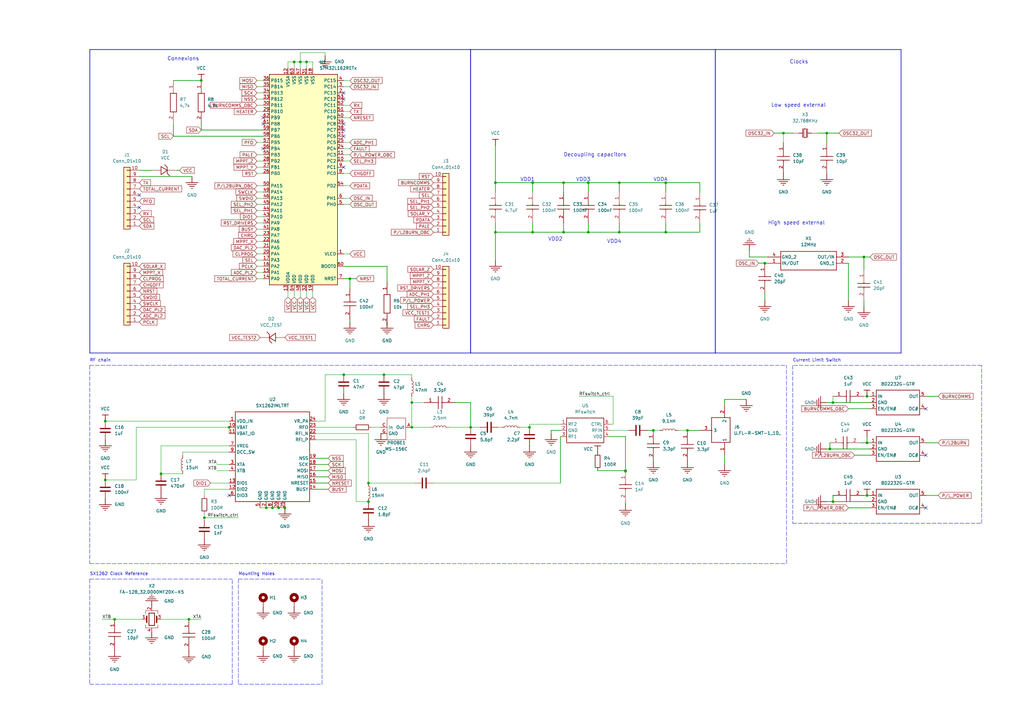
<source format=kicad_sch>
(kicad_sch (version 20211123) (generator eeschema)
  (paper "A3")
  (junction (at 203.2 95.25))
  (junction (at 273.05 74.93))
  (junction (at 254 74.93))
  (junction (at 256.54 193.2941))
  (junction (at 82.55 33.02))
  (junction (at 256.54 193.04))
  (junction (at 203.2 74.93))
  (junction (at 77.47 254))
  (junction (at 340.36 184.15))
  (junction (at 120.65 25.4))
  (junction (at 43.18 196.85))
  (junction (at 143.51 114.3))
  (junction (at 273.05 95.25))
  (junction (at 140.97 153.67))
  (junction (at 217.17 175.26))
  (junction (at 114.3 208.28))
  (junction (at 355.6 203.2))
  (junction (at 168.91 165.1))
  (junction (at 231.14 95.25))
  (junction (at 231.14 74.93))
  (junction (at 241.3 95.25))
  (junction (at 116.84 208.28))
  (junction (at 313.69 107.9501))
  (junction (at 83.82 212.3441))
  (junction (at 193.04 175.26))
  (junction (at 267.97 176.53))
  (junction (at 254 95.25))
  (junction (at 46.99 254))
  (junction (at 241.3 74.93))
  (junction (at 151.13 205.74))
  (junction (at 355.6 162.56))
  (junction (at 281.94 176.53))
  (junction (at 355.6 181.61))
  (junction (at 111.76 208.28))
  (junction (at 354.33 105.41))
  (junction (at 109.22 208.28))
  (junction (at 218.44 95.25))
  (junction (at 339.09 54.61))
  (junction (at 168.91 175.26))
  (junction (at 125.73 25.4))
  (junction (at 43.18 172.72))
  (junction (at 321.31 54.61))
  (junction (at 93.98 175.26))
  (junction (at 341.63 205.74))
  (junction (at 151.13 198.12))
  (junction (at 341.63 165.1))
  (junction (at 218.44 74.93))
  (junction (at 66.04 194.31))
  (junction (at 157.48 153.67))
  (junction (at 123.19 25.4))
  (no_connect (at 107.95 48.26))
  (no_connect (at 379.73 186.69))
  (no_connect (at 140.97 50.8))
  (no_connect (at 140.97 68.58))
  (no_connect (at 93.98 203.2))
  (no_connect (at 57.15 85.09))
  (no_connect (at 379.73 167.64))
  (no_connect (at 57.15 80.01))
  (no_connect (at 140.97 53.34))
  (no_connect (at 140.97 55.88))
  (no_connect (at 140.97 38.1))
  (no_connect (at 140.97 40.64))
  (no_connect (at 379.73 208.28))
  (no_connect (at 107.95 60.96))
  (no_connect (at 107.95 50.8))
  (wire (pts (xy 278.13 176.53) (xy 281.94 176.53)))
  (wire (pts (xy 173.99 165.1) (xy 168.91 165.1)))
  (wire (pts (xy 105.41 40.64) (xy 107.95 40.64)))
  (wire (pts (xy 74.93 186.69) (xy 74.93 185.42)))
  (wire (pts (xy 123.19 21.59) (xy 123.19 25.4)))
  (wire (pts (xy 46.99 254) (xy 58.42 254)))
  (polyline (pts (xy 325.12 149.86) (xy 325.12 214.63)))
  (wire (pts (xy 105.41 68.58) (xy 107.95 68.58)))
  (wire (pts (xy 226.06 176.53) (xy 226.06 177.8)) (stroke (width 0.254)))
  (wire (pts (xy 105.41 78.74) (xy 107.95 78.74)))
  (wire (pts (xy 55.88 175.26) (xy 55.88 196.85)))
  (wire (pts (xy 151.13 177.8) (xy 151.13 198.12)))
  (wire (pts (xy 281.94 176.53) (xy 287.02 176.53)) (stroke (width 0.254)))
  (wire (pts (xy 105.41 71.12) (xy 107.95 71.12)))
  (wire (pts (xy 146.05 205.74) (xy 151.13 205.74)))
  (wire (pts (xy 287.02 78.9941) (xy 287.02 74.93)) (stroke (width 0.254)))
  (polyline (pts (xy 36.83 149.86) (xy 36.83 231.14)))
  (wire (pts (xy 143.51 43.18) (xy 140.97 43.18)))
  (wire (pts (xy 71.12 33.02) (xy 82.55 33.02)) (stroke (width 0.254)))
  (wire (pts (xy 105.41 111.76) (xy 107.95 111.76)))
  (wire (pts (xy 140.97 153.67) (xy 133.35 153.67)))
  (wire (pts (xy 313.69 123.19) (xy 313.69 120.65)) (stroke (width 0.254)))
  (wire (pts (xy 106.68 208.28) (xy 109.22 208.28)))
  (wire (pts (xy 341.63 205.74) (xy 356.87 205.74)) (stroke (width 0.254)))
  (wire (pts (xy 339.09 184.15) (xy 340.36 184.15)) (stroke (width 0.254)))
  (wire (pts (xy 83.82 213.36) (xy 83.82 212.3441)))
  (wire (pts (xy 82.55 53.34) (xy 107.95 53.34)) (stroke (width 0.254)))
  (wire (pts (xy 71.12 50.8) (xy 71.12 55.88)) (stroke (width 0.254)))
  (wire (pts (xy 311.15 107.95) (xy 314.96 107.95)) (stroke (width 0.254)))
  (wire (pts (xy 254 95.25) (xy 241.3 95.25)) (stroke (width 0.254)))
  (wire (pts (xy 347.98 107.95) (xy 347.98 123.19)) (stroke (width 0.254)))
  (wire (pts (xy 254 74.93) (xy 241.3 74.93)) (stroke (width 0.254)))
  (wire (pts (xy 297.18 163.83) (xy 297.18 166.37)) (stroke (width 0.254)))
  (wire (pts (xy 339.09 165.1) (xy 341.63 165.1)) (stroke (width 0.254)))
  (wire (pts (xy 143.51 83.82) (xy 140.97 83.82)))
  (wire (pts (xy 57.15 72.39) (xy 78.74 72.39)) (stroke (width 0.254)))
  (wire (pts (xy 114.3 208.28) (xy 116.84 208.28)))
  (polyline (pts (xy 36.83 231.14) (xy 322.58 231.14)))
  (polyline (pts (xy 193.04 144.78) (xy 193.04 20.32)) (stroke (width 0.254) (type solid)))
  (wire (pts (xy 251.46 162.56) (xy 237.49 162.56)))
  (polyline (pts (xy 193.04 20.32) (xy 193.04 144.78)) (stroke (width 0.254) (type solid)))
  (wire (pts (xy 203.2 95.25) (xy 203.2 106.68)) (stroke (width 0.254)))
  (wire (pts (xy 250.19 179.07) (xy 256.54 179.07)) (stroke (width 0.254)))
  (wire (pts (xy 341.63 162.56) (xy 341.63 165.1)))
  (wire (pts (xy 82.55 50.8) (xy 82.55 53.34)) (stroke (width 0.254)))
  (wire (pts (xy 193.04 165.1) (xy 193.04 175.26)) (stroke (width 0.254)))
  (wire (pts (xy 143.51 35.56) (xy 140.97 35.56)))
  (polyline (pts (xy 36.83 237.49) (xy 95.25 237.49)))
  (polyline (pts (xy 402.59 214.63) (xy 402.59 149.86)))
  (wire (pts (xy 203.2 91.4399) (xy 203.2 95.25)) (stroke (width 0.254)))
  (wire (pts (xy 218.44 74.93) (xy 231.14 74.93)) (stroke (width 0.254)))
  (wire (pts (xy 118.11 121.92) (xy 118.11 119.38)))
  (wire (pts (xy 287.02 91.694) (xy 287.02 95.25)) (stroke (width 0.254)))
  (wire (pts (xy 384.81 162.56) (xy 379.73 162.56)) (stroke (width 0.254)))
  (wire (pts (xy 270.51 176.53) (xy 267.97 176.53)))
  (wire (pts (xy 354.3298 162.56) (xy 355.6 162.56)))
  (wire (pts (xy 143.51 104.14) (xy 140.97 104.14)))
  (polyline (pts (xy 293.37 144.78) (xy 369.57 144.78)) (stroke (width 0.254) (type solid)))
  (wire (pts (xy 105.41 114.3) (xy 107.95 114.3)))
  (wire (pts (xy 218.44 91.4399) (xy 218.44 95.25)) (stroke (width 0.254)))
  (wire (pts (xy 143.51 48.26) (xy 140.97 48.26)))
  (wire (pts (xy 134.62 193.04) (xy 129.54 193.04)) (stroke (width 0.254)))
  (wire (pts (xy 143.51 76.2) (xy 140.97 76.2)))
  (polyline (pts (xy 369.57 20.32) (xy 369.57 144.78)) (stroke (width 0.254) (type solid)))
  (wire (pts (xy 109.22 208.28) (xy 111.76 208.28)))
  (wire (pts (xy 231.14 74.93) (xy 241.3 74.93)) (stroke (width 0.254)))
  (wire (pts (xy 125.73 25.4) (xy 125.73 27.94)))
  (wire (pts (xy 218.44 95.25) (xy 203.2 95.25)) (stroke (width 0.254)))
  (wire (pts (xy 118.11 25.4) (xy 120.65 25.4)))
  (wire (pts (xy 265.43 176.53) (xy 267.97 176.53)) (stroke (width 0.254)))
  (wire (pts (xy 152.4 175.26) (xy 156.21 175.26)))
  (wire (pts (xy 123.19 121.92) (xy 123.19 119.38)))
  (wire (pts (xy 105.41 35.56) (xy 107.95 35.56)))
  (polyline (pts (xy 36.83 237.49) (xy 36.83 280.67)))
  (wire (pts (xy 133.35 172.72) (xy 129.54 172.72)))
  (wire (pts (xy 340.36 181.61) (xy 340.36 184.15)) (stroke (width 0.254)))
  (polyline (pts (xy 132.08 280.67) (xy 132.08 237.49)))
  (wire (pts (xy 86.36 198.12) (xy 93.98 198.12)))
  (wire (pts (xy 245.11 193.04) (xy 256.54 193.04)) (stroke (width 0.254)))
  (polyline (pts (xy 95.25 280.67) (xy 95.25 237.49)))
  (polyline (pts (xy 369.57 20.32) (xy 293.37 20.32)) (stroke (width 0.254) (type solid)))
  (wire (pts (xy 256.54 179.07) (xy 256.54 193.04)) (stroke (width 0.254)))
  (polyline (pts (xy 193.04 144.78) (xy 293.37 144.78)) (stroke (width 0.254) (type solid)))
  (wire (pts (xy 229.87 173.99) (xy 217.17 173.99)))
  (wire (pts (xy 105.41 104.14) (xy 107.95 104.14)))
  (polyline (pts (xy 402.59 149.86) (xy 325.12 149.86)))
  (wire (pts (xy 143.51 71.12) (xy 140.97 71.12)))
  (wire (pts (xy 157.48 153.67) (xy 140.97 153.67)))
  (wire (pts (xy 105.41 86.36) (xy 107.95 86.36)))
  (wire (pts (xy 66.04 182.88) (xy 66.04 194.31)))
  (wire (pts (xy 347.98 105.41) (xy 354.33 105.41)) (stroke (width 0.254)))
  (wire (pts (xy 251.46 173.99) (xy 250.19 173.99)))
  (wire (pts (xy 297.18 190.5) (xy 297.18 186.69)) (stroke (width 0.254)))
  (wire (pts (xy 143.51 66.04) (xy 140.97 66.04)))
  (wire (pts (xy 218.44 78.74) (xy 218.44 74.93)) (stroke (width 0.254)))
  (wire (pts (xy 66.04 254) (xy 77.47 254)))
  (wire (pts (xy 77.47 254.2541) (xy 77.47 254)))
  (wire (pts (xy 287.02 95.25) (xy 273.05 95.25)) (stroke (width 0.254)))
  (wire (pts (xy 151.13 198.12) (xy 170.18 198.12)))
  (wire (pts (xy 41.91 254) (xy 46.99 254)))
  (wire (pts (xy 105.41 66.04) (xy 107.95 66.04)))
  (wire (pts (xy 256.54 193.2941) (xy 256.54 193.04)))
  (wire (pts (xy 73.66 69.85) (xy 72.39 69.85)) (stroke (width 0.254)))
  (wire (pts (xy 273.05 95.25) (xy 254 95.25)) (stroke (width 0.254)))
  (wire (pts (xy 251.46 173.99) (xy 251.46 162.56)))
  (wire (pts (xy 43.18 172.72) (xy 93.98 172.72)))
  (wire (pts (xy 120.65 25.4) (xy 123.19 25.4)))
  (wire (pts (xy 105.41 96.52) (xy 107.95 96.52)))
  (wire (pts (xy 217.17 173.99) (xy 217.17 175.26)))
  (wire (pts (xy 134.62 200.66) (xy 129.54 200.66)) (stroke (width 0.254)))
  (wire (pts (xy 321.31 54.61) (xy 321.31 58.42)))
  (wire (pts (xy 229.87 176.53) (xy 226.06 176.53)) (stroke (width 0.254)))
  (wire (pts (xy 340.36 184.15) (xy 356.87 184.15)) (stroke (width 0.254)))
  (wire (pts (xy 341.63 165.1) (xy 356.87 165.1)) (stroke (width 0.254)))
  (wire (pts (xy 143.51 114.3) (xy 140.97 114.3)) (stroke (width 0.254)))
  (wire (pts (xy 350.52 186.69) (xy 356.87 186.69)) (stroke (width 0.254)))
  (wire (pts (xy 168.91 153.67) (xy 157.48 153.67)))
  (wire (pts (xy 129.54 190.5) (xy 134.62 190.5)) (stroke (width 0.254)))
  (wire (pts (xy 71.12 55.88) (xy 107.95 55.88)) (stroke (width 0.254)))
  (wire (pts (xy 339.09 205.74) (xy 341.63 205.74)) (stroke (width 0.254)))
  (wire (pts (xy 93.98 182.88) (xy 66.04 182.88)))
  (wire (pts (xy 125.73 25.4) (xy 128.27 25.4)))
  (wire (pts (xy 143.51 63.5) (xy 140.97 63.5)))
  (wire (pts (xy 151.13 177.8) (xy 129.54 177.8)))
  (wire (pts (xy 184.15 175.26) (xy 193.04 175.26)))
  (polyline (pts (xy 293.37 144.78) (xy 293.37 20.32)) (stroke (width 0.254) (type solid)))
  (wire (pts (xy 355.6 181.61) (xy 356.87 181.61)) (stroke (width 0.254)))
  (wire (pts (xy 355.6 203.2) (xy 354.3298 203.2)) (stroke (width 0.254)))
  (wire (pts (xy 344.17 54.61) (xy 339.09 54.61)) (stroke (width 0.254)))
  (wire (pts (xy 129.54 175.26) (xy 144.78 175.26)))
  (wire (pts (xy 354.33 125.73) (xy 354.33 123.19)) (stroke (width 0.254)))
  (wire (pts (xy 143.51 81.28) (xy 140.97 81.28)))
  (wire (pts (xy 339.09 54.61) (xy 335.28 54.61)) (stroke (width 0.254)))
  (wire (pts (xy 384.81 203.2) (xy 379.73 203.2)) (stroke (width 0.254)))
  (wire (pts (xy 111.76 208.28) (xy 114.3 208.28)))
  (wire (pts (xy 143.51 33.02) (xy 140.97 33.02)))
  (wire (pts (xy 321.31 54.61) (xy 325.12 54.61)) (stroke (width 0.254)))
  (wire (pts (xy 354.33 105.41) (xy 354.33 110.49)) (stroke (width 0.254)))
  (wire (pts (xy 143.51 58.42) (xy 140.97 58.42)))
  (wire (pts (xy 93.98 200.66) (xy 83.82 200.66)))
  (polyline (pts (xy 325.12 214.63) (xy 402.59 214.63)))
  (polyline (pts (xy 36.83 280.67) (xy 95.25 280.67)))
  (wire (pts (xy 347.98 208.28) (xy 356.87 208.28)) (stroke (width 0.254)))
  (wire (pts (xy 143.51 114.3) (xy 143.51 118.3641)) (stroke (width 0.254)))
  (wire (pts (xy 353.0598 181.61) (xy 355.6 181.61)) (stroke (width 0.254)))
  (wire (pts (xy 339.09 58.42) (xy 339.09 54.61)) (stroke (width 0.254)))
  (wire (pts (xy 143.51 132.08) (xy 143.51 131.064)) (stroke (width 0.254)))
  (wire (pts (xy 146.05 114.3) (xy 143.51 114.3)) (stroke (width 0.254)))
  (wire (pts (xy 267.97 189.23) (xy 267.97 189.2299)) (stroke (width 0.254)))
  (wire (pts (xy 105.41 38.1) (xy 107.95 38.1)))
  (wire (pts (xy 93.98 175.26) (xy 93.98 177.8)))
  (wire (pts (xy 125.73 121.92) (xy 125.73 119.38)))
  (polyline (pts (xy 322.58 231.14) (xy 322.58 149.86)))
  (wire (pts (xy 120.65 121.92) (xy 120.65 119.38)))
  (wire (pts (xy 134.62 187.96) (xy 129.54 187.96)) (stroke (width 0.254)))
  (wire (pts (xy 88.9 190.5) (xy 93.98 190.5)))
  (wire (pts (xy 143.51 45.72) (xy 140.97 45.72)))
  (wire (pts (xy 140.97 109.22) (xy 158.75 109.22)) (stroke (width 0.254)))
  (wire (pts (xy 105.41 109.22) (xy 107.95 109.22)))
  (wire (pts (xy 168.91 175.26) (xy 176.53 175.26)))
  (wire (pts (xy 203.2 74.93) (xy 203.2 78.74)) (stroke (width 0.254)))
  (wire (pts (xy 83.82 200.66) (xy 83.82 203.2)))
  (wire (pts (xy 341.63 203.2) (xy 341.63 205.74)) (stroke (width 0.254)))
  (wire (pts (xy 123.19 25.4) (xy 125.73 25.4)))
  (wire (pts (xy 118.11 25.4) (xy 118.11 27.94)))
  (wire (pts (xy 307.34 105.41) (xy 307.34 102.87)) (stroke (width 0.254)))
  (wire (pts (xy 168.91 154.94) (xy 168.91 153.67)))
  (wire (pts (xy 105.41 58.42) (xy 107.95 58.42)))
  (wire (pts (xy 105.41 76.2) (xy 107.95 76.2)))
  (wire (pts (xy 105.41 91.44) (xy 107.95 91.44)))
  (wire (pts (xy 158.75 109.22) (xy 158.75 115.8241)) (stroke (width 0.254)))
  (wire (pts (xy 177.8 198.12) (xy 229.87 198.12)))
  (wire (pts (xy 203.2 59.69) (xy 203.2 74.93)) (stroke (width 0.254)))
  (wire (pts (xy 128.27 25.4) (xy 128.27 27.94)))
  (wire (pts (xy 134.62 198.12) (xy 129.54 198.12)) (stroke (width 0.254)))
  (polyline (pts (xy 36.83 144.78) (xy 193.04 144.78)) (stroke (width 0.254) (type solid)))
  (wire (pts (xy 231.14 74.93) (xy 231.14 78.74)) (stroke (width 0.254)))
  (wire (pts (xy 213.36 175.26) (xy 217.17 175.26)))
  (wire (pts (xy 88.9 193.04) (xy 93.98 193.04)))
  (wire (pts (xy 133.35 22.86) (xy 133.35 21.59)))
  (wire (pts (xy 97.79 212.3441) (xy 83.82 212.3441)))
  (wire (pts (xy 133.35 21.59) (xy 123.19 21.59)))
  (wire (pts (xy 241.3 91.4399) (xy 241.3 95.25)) (stroke (width 0.254)))
  (polyline (pts (xy 293.37 20.32) (xy 293.37 144.78)) (stroke (width 0.254) (type solid)))
  (wire (pts (xy 287.02 74.93) (xy 273.05 74.93)) (stroke (width 0.254)))
  (wire (pts (xy 123.19 25.4) (xy 123.19 27.94)))
  (wire (pts (xy 168.91 165.1) (xy 168.91 162.56)))
  (wire (pts (xy 158.75 133.604) (xy 158.75 132.08)))
  (wire (pts (xy 55.88 196.85) (xy 43.18 196.85)))
  (wire (pts (xy 74.93 185.42) (xy 93.98 185.42)))
  (wire (pts (xy 256.54 205.994) (xy 256.54 206.756)) (stroke (width 0.254)))
  (wire (pts (xy 128.27 121.92) (xy 128.27 119.38)))
  (polyline (pts (xy 97.79 237.49) (xy 132.08 237.49)))
  (polyline (pts (xy 193.04 20.32) (xy 36.83 20.32)) (stroke (width 0.254) (type solid)))
  (wire (pts (xy 57.15 69.85) (xy 62.23 69.85)) (stroke (width 0.254)))
  (wire (pts (xy 186.69 165.1) (xy 193.04 165.1)) (stroke (width 0.254)))
  (wire (pts (xy 317.5 54.61) (xy 321.31 54.61)) (stroke (width 0.254)))
  (wire (pts (xy 384.81 181.61) (xy 379.73 181.61)) (stroke (width 0.254)))
  (wire (pts (xy 229.87 179.07) (xy 229.87 198.12)) (stroke (width 0.254)))
  (wire (pts (xy 105.41 83.82) (xy 107.95 83.82)))
  (wire (pts (xy 55.88 175.26) (xy 93.98 175.26)))
  (polyline (pts (xy 36.83 144.78) (xy 36.83 20.32)) (stroke (width 0.254) (type solid)))
  (wire (pts (xy 307.34 105.41) (xy 314.96 105.41)) (stroke (width 0.254)))
  (wire (pts (xy 143.51 60.96) (xy 140.97 60.96)))
  (wire (pts (xy 231.14 95.25) (xy 241.3 95.25)) (stroke (width 0.254)))
  (wire (pts (xy 273.05 78.74) (xy 273.05 74.93)) (stroke (width 0.254)))
  (wire (pts (xy 257.81 176.53) (xy 250.19 176.53)))
  (wire (pts (xy 83.82 210.82) (xy 83.82 212.3441)))
  (wire (pts (xy 105.41 88.9) (xy 107.95 88.9)))
  (wire (pts (xy 105.41 106.68) (xy 107.95 106.68)))
  (wire (pts (xy 356.87 203.2) (xy 355.6 203.2)) (stroke (width 0.254)))
  (wire (pts (xy 105.41 81.28) (xy 107.95 81.28)))
  (wire (pts (xy 254 78.74) (xy 254 74.93)) (stroke (width 0.254)))
  (wire (pts (xy 306.07 163.83) (xy 297.18 163.83)) (stroke (width 0.254)))
  (wire (pts (xy 105.41 93.98) (xy 107.95 93.98)))
  (wire (pts (xy 273.05 74.93) (xy 254 74.93)) (stroke (width 0.254)))
  (wire (pts (xy 231.14 95.25) (xy 231.14 91.4399)) (stroke (width 0.254)))
  (wire (pts (xy 146.05 180.34) (xy 129.54 180.34)))
  (wire (pts (xy 347.98 167.64) (xy 356.87 167.64)) (stroke (width 0.254)))
  (wire (pts (xy 133.35 153.67) (xy 133.35 172.72)))
  (polyline (pts (xy 293.37 20.32) (xy 193.04 20.32)) (stroke (width 0.254) (type solid)))
  (polyline (pts (xy 97.79 280.67) (xy 132.08 280.67)))
  (wire (pts (xy 82.55 254) (xy 77.47 254)))
  (wire (pts (xy 120.65 25.4) (xy 120.65 27.94)))
  (wire (pts (xy 204.47 175.26) (xy 205.74 175.26)))
  (wire (pts (xy 356.87 105.41) (xy 354.33 105.41)) (stroke (width 0.254)))
  (wire (pts (xy 105.41 33.02) (xy 107.95 33.02)))
  (wire (pts (xy 355.6 162.56) (xy 356.87 162.56)))
  (wire (pts (xy 105.41 101.6) (xy 107.95 101.6)))
  (wire (pts (xy 105.41 99.06) (xy 107.95 99.06)))
  (wire (pts (xy 218.44 74.93) (xy 203.2 74.93)) (stroke (width 0.254)))
  (wire (pts (xy 105.41 63.5) (xy 107.95 63.5)))
  (wire (pts (xy 273.05 91.4399) (xy 273.05 95.25)) (stroke (width 0.254)))
  (wire (pts (xy 254 91.4399) (xy 254 95.25)) (stroke (width 0.254)))
  (wire (pts (xy 193.04 175.26) (xy 196.85 175.26)))
  (wire (pts (xy 146.05 180.34) (xy 146.05 205.74)))
  (wire (pts (xy 168.91 165.1) (xy 168.91 175.26)))
  (wire (pts (xy 105.41 43.18) (xy 107.95 43.18)))
  (wire (pts (xy 218.44 95.25) (xy 231.14 95.25)) (stroke (width 0.254)))
  (wire (pts (xy 241.3 74.93) (xy 241.3 78.74)) (stroke (width 0.254)))
  (wire (pts (xy 134.62 195.58) (xy 129.54 195.58)) (stroke (width 0.254)))
  (polyline (pts (xy 97.79 237.49) (xy 97.79 280.67)))
  (polyline (pts (xy 36.83 149.86) (xy 322.58 149.86)))
  (wire (pts (xy 105.41 45.72) (xy 107.95 45.72)))
  (wire (pts (xy 66.04 194.31) (xy 74.93 194.31)))
  (wire (pts (xy 355.6 179.07) (xy 355.6 181.61)) (stroke (width 0.254)))
  (text "VDD2" (at 224.79 99.06 180) (effects (font (size 1.524 1.524)) (justify left bottom)))
  (text "Decoupling capacitors" (at 231.14 64.4525 180) (effects (font (size 1.524 1.524)) (justify left bottom)))
  (text "RF chain" (at 36.83 148.59 0) (effects (font (size 1.27 1.27)) (justify left bottom)))
  (text "SX1262 Clock Reference" (at 36.83 236.22 0) (effects (font (size 1.27 1.27)) (justify left bottom)))
  (text "VDD1" (at 213.36 74.6125 180) (effects (font (size 1.524 1.524)) (justify left bottom)))
  (text "Clocks" (at 323.85 26.3525 180) (effects (font (size 1.524 1.524)) (justify left bottom)))
  (text "Low speed external" (at 316.23 44.1325 180) (effects (font (size 1.524 1.524)) (justify left bottom)))
  (text "Connexions" (at 68.58 25.0825 180) (effects (font (size 1.524 1.524)) (justify left bottom)))
  (text "VDD3" (at 236.22 74.6125 180) (effects (font (size 1.524 1.524)) (justify left bottom)))
  (text "VDDA" (at 267.97 74.6125 180) (effects (font (size 1.524 1.524)) (justify left bottom)))
  (text "High speed external" (at 314.96 92.3925 180) (effects (font (size 1.524 1.524)) (justify left bottom)))
  (text "Mounting Holes" (at 97.79 236.22 0) (effects (font (size 1.27 1.27)) (justify left bottom)))
  (text "VDD4" (at 248.92 100.0125 180) (effects (font (size 1.524 1.524)) (justify left bottom)))
  (text "Current Limit Switch" (at 325.12 148.59 0) (effects (font (size 1.27 1.27)) (justify left bottom)))
  (label "XTB" (at 41.91 254 0))
  (label "XTA" (at 82.55 254 180))
  (label "RFswitch_ctrl" (at 237.49 162.56 0))
  (label "XTB" (at 88.9 193.04 180))
  (label "RFswitch_ctrl" (at 97.79 212.3441 180))
  (label "XTA" (at 88.9 190.5 180))
  (global_label "P/L_POWER" (shape input) (at 177.8 123.19 180) (property "Intersheet References" "${INTERSHEET_REFS}" (effects hide)))
  (global_label "FAULT" (shape input) (at 143.51 60.96 0) (property "Intersheet References" "${INTERSHEET_REFS}" (effects hide)))
  (global_label "HEATER" (shape input) (at 105.41 45.72 180) (property "Intersheet References" "${INTERSHEET_REFS}" (effects hide)))
  (global_label "CHRG" (shape input) (at 105.41 96.52 180) (property "Intersheet References" "${INTERSHEET_REFS}" (effects hide)))
  (global_label "NSS" (shape input) (at 134.62 187.96 0) (property "Intersheet References" "${INTERSHEET_REFS}" (effects hide)))
  (global_label "RST" (shape input) (at 105.41 71.12 180) (property "Intersheet References" "${INTERSHEET_REFS}" (effects hide)))
  (global_label "P/L2BURN_OBC" (shape input) (at 350.52 186.69 180) (property "Intersheet References" "${INTERSHEET_REFS}" (effects hide)))
  (global_label "RST_DRIVERS" (shape input) (at 177.8 118.11 180) (property "Intersheet References" "${INTERSHEET_REFS}" (effects hide)))
  (global_label "SEL_PH1" (shape input) (at 105.41 86.36 180) (property "Intersheet References" "${INTERSHEET_REFS}" (effects hide)))
  (global_label "DAC_PL2" (shape input) (at 105.41 101.6 180) (property "Intersheet References" "${INTERSHEET_REFS}" (effects hide)))
  (global_label "OSC32_IN" (shape input) (at 143.51 35.56 0) (property "Intersheet References" "${INTERSHEET_REFS}" (effects hide)))
  (global_label "VCC" (shape input) (at 118.11 121.92 270) (property "Intersheet References" "${INTERSHEET_REFS}" (effects hide)))
  (global_label "P/L2BURN_OBC" (shape input) (at 177.8 95.25 180) (property "Intersheet References" "${INTERSHEET_REFS}" (effects hide)))
  (global_label "PALE" (shape input) (at 105.41 63.5 180) (property "Intersheet References" "${INTERSHEET_REFS}" (effects hide)))
  (global_label "SEL" (shape input) (at 105.41 106.68 180) (property "Intersheet References" "${INTERSHEET_REFS}" (effects hide)))
  (global_label "MPPT_Y" (shape input) (at 105.41 68.58 180) (property "Intersheet References" "${INTERSHEET_REFS}" (effects hide)))
  (global_label "HEATER" (shape input) (at 177.8 77.47 180) (property "Intersheet References" "${INTERSHEET_REFS}" (effects hide)))
  (global_label "MOSI" (shape input) (at 105.41 33.02 180) (property "Intersheet References" "${INTERSHEET_REFS}" (effects hide)))
  (global_label "SWDIO" (shape input) (at 57.15 121.92 0) (property "Intersheet References" "${INTERSHEET_REFS}" (effects hide)))
  (global_label "NRESET" (shape input) (at 143.51 48.26 0) (property "Intersheet References" "${INTERSHEET_REFS}" (effects hide)))
  (global_label "SEL_PH1" (shape input) (at 177.8 82.55 180) (property "Intersheet References" "${INTERSHEET_REFS}" (effects hide)))
  (global_label "ADC_PH1" (shape input) (at 143.51 58.42 0) (property "Intersheet References" "${INTERSHEET_REFS}" (effects hide)))
  (global_label "PFO" (shape input) (at 105.41 58.42 180) (property "Intersheet References" "${INTERSHEET_REFS}" (effects hide)))
  (global_label "SEL_PH3" (shape input) (at 143.51 66.04 0) (property "Intersheet References" "${INTERSHEET_REFS}" (effects hide)))
  (global_label "MOSI" (shape input) (at 134.62 193.04 0) (property "Intersheet References" "${INTERSHEET_REFS}" (effects hide)))
  (global_label "OSC32_OUT" (shape input) (at 344.17 54.61 0) (property "Intersheet References" "${INTERSHEET_REFS}" (effects hide)))
  (global_label "DIO1" (shape input) (at 105.41 88.9 180) (property "Intersheet References" "${INTERSHEET_REFS}" (effects hide)))
  (global_label "SCK" (shape input) (at 105.41 38.1 180) (property "Intersheet References" "${INTERSHEET_REFS}" (effects hide)))
  (global_label "MISO" (shape input) (at 134.62 195.58 0) (property "Intersheet References" "${INTERSHEET_REFS}" (effects hide)))
  (global_label "ADC_PL2" (shape input) (at 57.15 129.54 0) (property "Intersheet References" "${INTERSHEET_REFS}" (effects hide)))
  (global_label "VCC_TEST1" (shape input) (at 177.8 128.27 180) (property "Intersheet References" "${INTERSHEET_REFS}" (effects hide)))
  (global_label "SDA" (shape input) (at 57.15 92.71 0) (property "Intersheet References" "${INTERSHEET_REFS}" (effects hide)))
  (global_label "SEL_PH3" (shape input) (at 177.8 125.73 180) (property "Intersheet References" "${INTERSHEET_REFS}" (effects hide)))
  (global_label "PCLK" (shape input) (at 57.15 132.08 0) (property "Intersheet References" "${INTERSHEET_REFS}" (effects hide)))
  (global_label "ADC_PH1" (shape input) (at 177.8 120.65 180) (property "Intersheet References" "${INTERSHEET_REFS}" (effects hide)))
  (global_label "P/L_POWER_OBC" (shape input) (at 347.98 208.28 180) (property "Intersheet References" "${INTERSHEET_REFS}" (effects hide)))
  (global_label "OSC32_IN" (shape input) (at 317.5 54.61 180) (property "Intersheet References" "${INTERSHEET_REFS}" (effects hide)))
  (global_label "FAULT" (shape input) (at 177.8 130.81 180) (property "Intersheet References" "${INTERSHEET_REFS}" (effects hide)))
  (global_label "TOTAL_CURRENT" (shape input) (at 57.15 77.47 0) (property "Intersheet References" "${INTERSHEET_REFS}" (effects hide)))
  (global_label "SCK" (shape input) (at 134.62 190.5 0) (property "Intersheet References" "${INTERSHEET_REFS}" (effects hide)))
  (global_label "TOTAL_CURRENT" (shape input) (at 105.41 114.3 180) (property "Intersheet References" "${INTERSHEET_REFS}" (effects hide)))
  (global_label "BUSY" (shape input) (at 134.62 200.66 0) (property "Intersheet References" "${INTERSHEET_REFS}" (effects hide)))
  (global_label "TX" (shape input) (at 57.15 74.93 0) (property "Intersheet References" "${INTERSHEET_REFS}" (effects hide)))
  (global_label "MPPT_X" (shape input) (at 57.15 111.76 0) (property "Intersheet References" "${INTERSHEET_REFS}" (effects hide)))
  (global_label "DIO1" (shape input) (at 86.36 198.12 180) (property "Intersheet References" "${INTERSHEET_REFS}" (effects hide)))
  (global_label "NSS" (shape input) (at 105.41 40.64 180) (property "Intersheet References" "${INTERSHEET_REFS}" (effects hide)))
  (global_label "BURNCOMMS_OBC" (shape input) (at 105.41 43.18 180) (property "Intersheet References" "${INTERSHEET_REFS}" (effects hide)))
  (global_label "SOLAR_Z" (shape input) (at 177.8 110.49 180) (property "Intersheet References" "${INTERSHEET_REFS}" (effects hide)))
  (global_label "PDATA" (shape input) (at 143.51 76.2 0) (property "Intersheet References" "${INTERSHEET_REFS}" (effects hide)))
  (global_label "VCC" (shape input) (at 143.51 104.14 0) (property "Intersheet References" "${INTERSHEET_REFS}" (effects hide)))
  (global_label "RX" (shape input) (at 57.15 87.63 0) (property "Intersheet References" "${INTERSHEET_REFS}" (effects hide)))
  (global_label "SWDIO" (shape input) (at 105.41 81.28 180) (property "Intersheet References" "${INTERSHEET_REFS}" (effects hide)))
  (global_label "VCC" (shape input) (at 125.73 121.92 270) (property "Intersheet References" "${INTERSHEET_REFS}" (effects hide)))
  (global_label "DAC_PL2" (shape input) (at 57.15 127 0) (property "Intersheet References" "${INTERSHEET_REFS}" (effects hide)))
  (global_label "SCL" (shape input) (at 57.15 90.17 0) (property "Intersheet References" "${INTERSHEET_REFS}" (effects hide)))
  (global_label "SEL_PH2" (shape input) (at 177.8 85.09 180) (property "Intersheet References" "${INTERSHEET_REFS}" (effects hide)))
  (global_label "MPPT_X" (shape input) (at 105.41 99.06 180) (property "Intersheet References" "${INTERSHEET_REFS}" (effects hide)))
  (global_label "TX" (shape input) (at 143.51 45.72 0) (property "Intersheet References" "${INTERSHEET_REFS}" (effects hide)))
  (global_label "RST" (shape input) (at 177.8 72.39 180) (property "Intersheet References" "${INTERSHEET_REFS}" (effects hide)))
  (global_label "OSC_IN" (shape input) (at 143.51 81.28 0) (property "Intersheet References" "${INTERSHEET_REFS}" (effects hide)))
  (global_label "P/L2BURN" (shape input) (at 384.81 181.61 0) (property "Intersheet References" "${INTERSHEET_REFS}" (effects hide)))
  (global_label "OSC_OUT" (shape input) (at 143.51 83.82 0) (property "Intersheet References" "${INTERSHEET_REFS}" (effects hide)))
  (global_label "CHRG" (shape input) (at 177.8 133.35 180) (property "Intersheet References" "${INTERSHEET_REFS}" (effects hide)))
  (global_label "SCL" (shape input) (at 71.12 55.88 180) (property "Intersheet References" "${INTERSHEET_REFS}" (effects hide)))
  (global_label "OSC_OUT" (shape input) (at 356.87 105.41 0) (property "Intersheet References" "${INTERSHEET_REFS}" (effects hide)))
  (global_label "BUSY" (shape input) (at 105.41 93.98 180) (property "Intersheet References" "${INTERSHEET_REFS}" (effects hide)))
  (global_label "CHGOFF" (shape input) (at 57.15 116.84 0) (property "Intersheet References" "${INTERSHEET_REFS}" (effects hide)))
  (global_label "NRST" (shape input) (at 146.05 114.3 0) (property "Intersheet References" "${INTERSHEET_REFS}" (effects hide)))
  (global_label "RST_DRIVERS" (shape input) (at 105.41 91.44 180) (property "Intersheet References" "${INTERSHEET_REFS}" (effects hide)))
  (global_label "PDATA" (shape input) (at 177.8 90.17 180) (property "Intersheet References" "${INTERSHEET_REFS}" (effects hide)))
  (global_label "PCLK" (shape input) (at 105.41 109.22 180) (property "Intersheet References" "${INTERSHEET_REFS}" (effects hide)))
  (global_label "SEL" (shape input) (at 177.8 80.01 180) (property "Intersheet References" "${INTERSHEET_REFS}" (effects hide)))
  (global_label "VCC_TEST1" (shape input) (at 116.84 138.43 0) (property "Intersheet References" "${INTERSHEET_REFS}" (effects hide)))
  (global_label "NRST" (shape input) (at 57.15 119.38 0) (property "Intersheet References" "${INTERSHEET_REFS}" (effects hide)))
  (global_label "NRESET" (shape input) (at 134.62 198.12 0) (property "Intersheet References" "${INTERSHEET_REFS}" (effects hide)))
  (global_label "CLPROG" (shape input) (at 105.41 104.14 180) (property "Intersheet References" "${INTERSHEET_REFS}" (effects hide)))
  (global_label "ADC_PL2" (shape input) (at 105.41 111.76 180) (property "Intersheet References" "${INTERSHEET_REFS}" (effects hide)))
  (global_label "RX" (shape input) (at 143.51 43.18 0) (property "Intersheet References" "${INTERSHEET_REFS}" (effects hide)))
  (global_label "P/L_POWER" (shape input) (at 384.81 203.2 0) (property "Intersheet References" "${INTERSHEET_REFS}" (effects hide)))
  (global_label "MISO" (shape input) (at 105.41 35.56 180) (property "Intersheet References" "${INTERSHEET_REFS}" (effects hide)))
  (global_label "SOLAR_Y" (shape input) (at 177.8 87.63 180) (property "Intersheet References" "${INTERSHEET_REFS}" (effects hide)))
  (global_label "SEL_PH2" (shape input) (at 105.41 83.82 180) (property "Intersheet References" "${INTERSHEET_REFS}" (effects hide)))
  (global_label "VCC_TEST2" (shape input) (at 106.68 138.43 180) (property "Intersheet References" "${INTERSHEET_REFS}" (effects hide)))
  (global_label "BURNCOMMS" (shape input) (at 177.8 74.93 180) (property "Intersheet References" "${INTERSHEET_REFS}" (effects hide)))
  (global_label "MPPT_Y" (shape input) (at 177.8 115.57 180) (property "Intersheet References" "${INTERSHEET_REFS}" (effects hide)))
  (global_label "VCC" (shape input) (at 123.19 121.92 270) (property "Intersheet References" "${INTERSHEET_REFS}" (effects hide)))
  (global_label "CHGOFF" (shape input) (at 143.51 71.12 0) (property "Intersheet References" "${INTERSHEET_REFS}" (effects hide)))
  (global_label "PFO" (shape input) (at 57.15 82.55 0) (property "Intersheet References" "${INTERSHEET_REFS}" (effects hide)))
  (global_label "VCC" (shape input) (at 73.66 69.85 0) (property "Intersheet References" "${INTERSHEET_REFS}" (effects hide)))
  (global_label "VCC" (shape input) (at 128.27 121.92 270) (property "Intersheet References" "${INTERSHEET_REFS}" (effects hide)))
  (global_label "SOLAR_X" (shape input) (at 57.15 109.22 0) (property "Intersheet References" "${INTERSHEET_REFS}" (effects hide)))
  (global_label "OSC32_OUT" (shape input) (at 143.51 33.02 0) (property "Intersheet References" "${INTERSHEET_REFS}" (effects hide)))
  (global_label "VCC" (shape input) (at 120.65 121.92 270) (property "Intersheet References" "${INTERSHEET_REFS}" (effects hide)))
  (global_label "OSC_IN" (shape input) (at 311.15 107.95 180) (property "Intersheet References" "${INTERSHEET_REFS}" (effects hide)))
  (global_label "PALE" (shape input) (at 177.8 92.71 180) (property "Intersheet References" "${INTERSHEET_REFS}" (effects hide)))
  (global_label "SWCLK" (shape input) (at 105.41 78.74 180) (property "Intersheet References" "${INTERSHEET_REFS}" (effects hide)))
  (global_label "BURNCOMMS_OBC" (shape input) (at 347.98 167.64 180) (property "Intersheet References" "${INTERSHEET_REFS}" (effects hide)))
  (global_label "BURNCOMMS" (shape input) (at 384.81 162.56 0) (property "Intersheet References" "${INTERSHEET_REFS}" (effects hide)))
  (global_label "P/L2BURN_OBC" (shape input) (at 105.41 76.2 180) (property "Intersheet References" "${INTERSHEET_REFS}" (effects hide)))
  (global_label "P/L_POWER_OBC" (shape input) (at 143.51 63.5 0) (property "Intersheet References" "${INTERSHEET_REFS}" (effects hide)))
  (global_label "CLPROG" (shape input) (at 57.15 114.3 0) (property "Intersheet References" "${INTERSHEET_REFS}" (effects hide)))
  (global_label "MPPT_Z" (shape input) (at 177.8 113.03 180) (property "Intersheet References" "${INTERSHEET_REFS}" (effects hide)))
  (global_label "SWCLK" (shape input) (at 57.15 124.46 0) (property "Intersheet References" "${INTERSHEET_REFS}" (effects hide)))
  (global_label "MPPT_Z" (shape input) (at 105.41 66.04 180) (property "Intersheet References" "${INTERSHEET_REFS}" (effects hide)))
  (global_label "SDA" (shape input) (at 82.55 53.34 180) (property "Intersheet References" "${INTERSHEET_REFS}" (effects hide)))
  (symbol (lib_id "Device:C") (at 157.48 157.48 0) (unit 1)
    (property "Reference" "C2" (at 161.29 156.4011 0) (effects (justify left)))
    (property "Value" "47pF" (at 161.29 158.9411 0) (effects (justify left)))
    (property "CONTRIBUTOR" "danielCOMMS" (effects hide))
    (property "SPICEPRE" "C" (effects hide))
    (property "SPICESYMBOLNAME" "GRM1555C1H470FA01D" (effects hide))
  )
  (symbol (lib_id "COMMS-altium-import:GND") (at 116.84 208.28 0) (unit 1)
    (property "Reference" "#PWR0112" (effects hide))
    (property "Value" "GND" (at 116.84 215.9 0))
  )
  (symbol (lib_id "COMMS-altium-import:GND") (at 339.09 71.12 0) (unit 1)
    (property "Reference" "#PWR0122" (effects hide))
    (property "Value" "GND" (at 339.09 78.74 0))
  )
  (symbol (lib_id "COMMS-altium-import:VCC") (at 355.6 179.07 180) (unit 1)
    (property "Reference" "#PWR0135" (effects hide))
    (property "Value" "VCC" (at 355.6 173.99 0))
  )
  (symbol (lib_id "COMMS-altium-import:GND") (at 62.23 248.92 180) (unit 1)
    (property "Reference" "#PWR0114" (effects hide))
    (property "Value" "GND" (at 67.31 246.5069 0) (effects (justify right)))
  )
  (symbol (lib_id "COMMS-altium-import:GND") (at 157.48 161.29 0) (unit 1)
    (property "Reference" "#PWR0129" (effects hide))
    (property "Value" "GND" (at 157.48 168.91 0))
  )
  (symbol (lib_id "COMMS-altium-import:GND") (at 306.07 163.83 0) (unit 1)
    (property "Reference" "#PWR0131" (effects hide))
    (property "Value" "GND" (at 306.07 161.29 0))
  )
  (symbol (lib_id "COMMS-altium-import:0_BD2232G-GTR") (at 368.3 184.15 0) (unit 1)
    (property "Reference" "U4" (at 368.3 173.99 0))
    (property "Value" "BD2232G-GTR" (at 368.3 176.53 0))
    (property "BOM_SUPPLIER" "LCSC" (effects hide))
    (property "BOM_SUPPLIER PART" "C308588" (effects hide))
    (property "BOM_MANUFACTURER" "ROHM Semicon" (effects hide))
    (property "BOM_MANUFACTURER PART" "BD2232G-GTR" (effects hide))
    (property "CONTRIBUTOR" "LCSC" (effects hide))
    (property "BOM_JLCPCB PART CLASS" "Extended Part" (effects hide))
    (property "SPICEPRE" "U" (effects hide))
    (property "SPICESYMBOLNAME" "BD2232G-GTR" (effects hide))
  )
  (symbol (lib_id "COMMS-altium-import:GND") (at 339.09 205.74 270) (unit 1)
    (property "Reference" "#PWR0133" (effects hide))
    (property "Value" "GND" (at 334.01 205.7399 90) (effects (justify right)))
  )
  (symbol (lib_id "COMMS-altium-import:0_BD2232G-GTR") (at 368.3 165.1 0) (unit 1)
    (property "Reference" "U7" (at 368.3 154.94 0))
    (property "Value" "BD2232G-GTR" (at 368.3 157.48 0))
    (property "BOM_SUPPLIER" "LCSC" (effects hide))
    (property "BOM_SUPPLIER PART" "C308588" (effects hide))
    (property "BOM_MANUFACTURER" "ROHM Semicon" (effects hide))
    (property "BOM_MANUFACTURER PART" "BD2232G-GTR" (effects hide))
    (property "CONTRIBUTOR" "LCSC" (effects hide))
    (property "BOM_JLCPCB PART CLASS" "Extended Part" (effects hide))
    (property "SPICEPRE" "U" (effects hide))
    (property "SPICESYMBOLNAME" "BD2232G-GTR" (effects hide))
  )
  (symbol (lib_id "COMMS-altium-import:VCC") (at 82.55 33.02 0) (mirror x) (unit 1)
    (property "Reference" "#PWR0141" (effects hide))
    (property "Value" "VCC" (at 82.55 27.94 0))
  )
  (symbol (lib_id "COMMS-altium-import:GND") (at 43.18 180.34 0) (unit 1)
    (property "Reference" "#PWR0103" (effects hide))
    (property "Value" "GND" (at 43.18 187.96 0))
  )
  (symbol (lib_id "Device:C") (at 43.18 176.53 0) (unit 1)
    (property "Reference" "C16" (at 46.99 175.2599 0) (effects (justify left)))
    (property "Value" "1uF" (at 46.99 177.7999 0) (effects (justify left)))
    (property "CONTRIBUTOR" "danielCOMMS" (effects hide))
    (property "SPICEPRE" "C" (effects hide))
    (property "SPICESYMBOLNAME" "06033D105KAT2A" (effects hide))
  )
  (symbol (lib_id "COMMS-altium-import:3_4.7uF") (at 203.2 84.8359 0) (unit 1)
    (property "Reference" "C31" (at 207.01 83.757 0) (effects (justify left)))
    (property "Value" "4.7uF" (at 207.01 86.297 0) (effects (justify left)))
    (property "Footprint" "Capacitor_SMD:C_0603_1608Metric" (effects hide))
    (property "CONTRIBUTOR" "danielCOMMS" (effects hide))
    (property "SPICEPRE" "C" (effects hide))
    (property "SPICESYMBOLNAME" "GRT188R61E475KE13D" (effects hide))
  )
  (symbol (lib_id "COMMS-altium-import:0_RFswitch") (at 240.03 176.53 0) (unit 1)
    (property "Reference" "U5" (at 240.03 166.37 0))
    (property "Value" "RFswitch" (at 240.03 168.91 0))
    (property "BOM_SUPPLIER" "LCSC" (effects hide))
    (property "BOM_SUPPLIER PART" "C1854968" (effects hide))
    (property "BOM_MANUFACTURER" "Infineon(英飞凌)" (effects hide))
    (property "BOM_MANUFACTURER PART" "BGS12WN6E6327XTSA1" (effects hide))
    (property "CONTRIBUTOR" "LCSC" (effects hide))
    (property "BOM_JLCPCB PART CLASS" "Extended Part" (effects hide))
    (property "SPICEPRE" "U" (effects hide))
    (property "SPICESYMBOLNAME" "BGS12WN6E6327XTSA1" (effects hide))
  )
  (symbol (lib_id "COMMS-altium-import:GND") (at 354.33 125.73 0) (unit 1)
    (property "Reference" "#PWR0124" (effects hide))
    (property "Value" "GND" (at 354.33 133.35 0))
  )
  (symbol (lib_id "COMMS-altium-import:2_VCC") (at 67.31 69.85 0) (unit 1)
    (property "Reference" "D1" (at 67.818 62.23 0))
    (property "Value" "VCC" (at 67.818 64.77 0))
    (property "BOM_SUPPLIER" "LCSC" (effects hide))
    (property "BOM_SUPPLIER PART" "C253498" (effects hide))
    (property "BOM_MANUFACTURER" "ROHM Semicon" (effects hide))
    (property "BOM_MANUFACTURER PART" "PDZVTR4.7B" (effects hide))
    (property "CONTRIBUTOR" "LCSC" (effects hide))
    (property "BOM_JLCPCB PART CLASS" "Extended Part" (effects hide))
    (property "SPICEPRE" "D" (effects hide))
    (property "SPICESYMBOLNAME" "PDZVTR4.7B" (effects hide))
  )
  (symbol (lib_id "COMMS-altium-import:0_VCC_TEST") (at 111.76 138.43 0) (unit 1)
    (property "Reference" "D2" (at 111.252 130.81 0))
    (property "Value" "VCC_TEST" (at 111.252 133.35 0))
    (property "BOM_SUPPLIER" "LCSC" (effects hide))
    (property "BOM_SUPPLIER PART" "C253498" (effects hide))
    (property "BOM_MANUFACTURER" "ROHM Semicon" (effects hide))
    (property "BOM_MANUFACTURER PART" "PDZVTR4.7B" (effects hide))
    (property "CONTRIBUTOR" "LCSC" (effects hide))
    (property "BOM_JLCPCB PART CLASS" "Extended Part" (effects hide))
    (property "SPICEPRE" "D" (effects hide))
    (property "SPICESYMBOLNAME" "PDZVTR4.7B" (effects hide))
  )
  (symbol (lib_id "Device:R") (at 245.11 189.23 0) (unit 1)
    (property "Reference" "R4" (at 247.65 187.9599 0) (effects (justify left)))
    (property "Value" "100R" (at 247.65 190.4999 0) (effects (justify left)))
    (property "CONTRIBUTOR" "danielCOMMS" (effects hide))
    (property "SPICEPRE" "R" (effects hide))
    (property "SPICESYMBOLNAME" "RC0603JR-07100RL" (effects hide))
  )
  (symbol (lib_id "COMMS-altium-import:GND") (at 43.18 204.47 0) (unit 1)
    (property "Reference" "#PWR0105" (effects hide))
    (property "Value" "GND" (at 46.99 206.8829 0) (effects (justify left)))
  )
  (symbol (lib_id "COMMS-altium-import:0_12MHz") (at 331.47 106.68 0) (unit 1)
    (property "Reference" "X1" (at 331.6211 97.79 0))
    (property "Value" "12MHz" (at 331.6211 100.33 0))
    (property "CONTRIBUTOR" "danielCOMMS" (effects hide))
    (property "SPICEPRE" "Y" (effects hide))
    (property "SPICESYMBOLNAME" "ECS-120-18-33-JEM-TR3" (effects hide))
  )
  (symbol (lib_id "COMMS-altium-import:VCC") (at 355.6 203.2 180) (unit 1)
    (property "Reference" "#PWR0137" (effects hide))
    (property "Value" "VCC" (at 355.6 198.12 0))
  )
  (symbol (lib_id "COMMS-altium-import:GND") (at 62.23 259.08 0) (unit 1)
    (property "Reference" "#PWR0110" (effects hide))
    (property "Value" "GND" (at 67.31 261.4929 0) (effects (justify left)))
  )
  (symbol (lib_id "COMMS-altium-import:GND") (at 66.04 201.93 0) (unit 1)
    (property "Reference" "#PWR0101" (effects hide))
    (property "Value" "GND" (at 66.04 209.55 0))
  )
  (symbol (lib_id "Connector_Generic:Conn_01x10") (at 182.88 123.19 0) (mirror x) (unit 1)
    (property "Reference" "J4" (at 182.88 104.14 0))
    (property "Value" "Conn_01x10" (at 182.88 106.68 0))
    (property "Footprint" "Connector_PinSocket_2.54mm:PinSocket_1x10_P2.54mm_Vertical" (effects hide))
  )
  (symbol (lib_id "COMMS-altium-import:3_10pF") (at 46.99 260.0959 0) (unit 1)
    (property "Reference" "C27" (at 52.07 259.017 0) (effects (justify left)))
    (property "Value" "10pF" (at 52.07 261.557 0) (effects (justify left)))
    (property "CONTRIBUTOR" "danielCOMMS" (effects hide))
    (property "SPICEPRE" "C" (effects hide))
    (property "SPICESYMBOLNAME" "06035A100GAT2A" (effects hide))
  )
  (symbol (lib_id "COMMS-altium-import:VCC") (at 203.2 59.69 180) (unit 1)
    (property "Reference" "#PWR0117" (effects hide))
    (property "Value" "VCC" (at 203.2 54.61 0))
  )
  (symbol (lib_id "COMMS-altium-import:GND") (at 78.74 72.39 0) (unit 1)
    (property "Reference" "#PWR0140" (effects hide))
    (property "Value" "GND" (at 78.74 80.01 0))
  )
  (symbol (lib_id "COMMS-altium-import:0_SX1262IMLTRT") (at 111.76 187.96 0) (unit 1)
    (property "Reference" "U2" (at 111.76 163.83 0))
    (property "Value" "SX1262IMLTRT" (at 111.76 166.37 0))
    (property "BOM_SUPPLIER" "LCSC" (effects hide))
    (property "BOM_SUPPLIER PART" "C191341" (effects hide))
    (property "BOM_MANUFACTURER" "SEMTECH" (effects hide))
    (property "BOM_MANUFACTURER PART" "SX1262IMLTRT" (effects hide))
    (property "CONTRIBUTOR" "LCSC" (effects hide))
    (property "SMT TYPE" "Extend" (effects hide))
    (property "BOM_JLCPCB SMD" "Yes" (effects hide))
    (property "BOM_LCSC ASSEMBLY" "Yes" (effects hide))
    (property "BOM_PASTE TYPE" "expand" (effects hide))
    (property "SPICEPRE" "U" (effects hide))
    (property "SPICESYMBOLNAME" "SX1262IMLTRT" (effects hide))
  )
  (symbol (lib_id "Device:R") (at 148.59 175.26 90) (unit 1)
    (property "Reference" "L2" (at 148.59 168.91 90))
    (property "Value" "0R" (at 148.59 171.45 90))
    (property "CONTRIBUTOR" "danielCOMMS" (effects hide))
    (property "SPICEPRE" "R" (effects hide))
    (property "SPICESYMBOLNAME" "CRCW04020000Z0EDC" (effects hide))
  )
  (symbol (lib_id "COMMS-altium-import:VCC") (at 43.18 172.72 180) (unit 1)
    (property "Reference" "#PWR0102" (effects hide))
    (property "Value" "VCC" (at 43.18 167.64 0))
  )
  (symbol (lib_id "Connector_Generic:Conn_01x10") (at 52.07 121.92 180) (unit 1)
    (property "Reference" "J2" (at 52.07 102.87 0))
    (property "Value" "Conn_01x10" (at 52.07 105.41 0))
    (property "Footprint" "Connector_PinSocket_2.54mm:PinSocket_1x10_P2.54mm_Vertical" (effects hide))
  )
  (symbol (lib_id "MCU_ST_STM32L1:STM32L162RETx") (at 123.19 73.66 180) (unit 1)
    (property "Reference" "U1" (at 131.0387 25.4 0) (effects (justify right)))
    (property "Value" "STM32L162RETx" (at 131.0387 27.94 0) (effects (justify right)))
    (property "Footprint" "Package_QFP:LQFP-64_10x10mm_P0.5mm" (effects hide))
    (property "Datasheet" "http://www.st.com/st-web-ui/static/active/en/resource/technical/document/datasheet/DM00106442.pdf" (effects hide))
  )
  (symbol (lib_name "3_3.3pF_1") (lib_id "COMMS-altium-import:3_3.3pF") (at 281.94 182.88 0) (unit 1)
    (property "Reference" "C10" (at 285.75 181.761 0) (effects (justify left)))
    (property "Value" "3.3pF" (at 285.75 184.301 0) (effects (justify left)))
    (property "CONTRIBUTOR" "danielCOMMS" (effects hide))
    (property "SPICEPRE" "C" (effects hide))
    (property "SPICESYMBOLNAME" "GRM1555C1H3R3BA01D" (effects hide))
  )
  (symbol (lib_id "Device:C") (at 173.99 198.12 90) (unit 1)
    (property "Reference" "C11" (at 173.99 190.5 90))
    (property "Value" "2.4pF" (at 173.99 193.04 90))
    (property "CONTRIBUTOR" "danielCOMMS" (effects hide))
    (property "SPICEPRE" "C" (effects hide))
    (property "SPICESYMBOLNAME" "GRM1555C1H2R4WA01D" (effects hide))
  )
  (symbol (lib_name "3_10pF_2") (lib_id "COMMS-altium-import:3_10pF") (at 339.09 64.77 0) (unit 1)
    (property "Reference" "C39" (at 342.9 63.651 0) (effects (justify left)))
    (property "Value" "10pF" (at 342.9 66.191 0) (effects (justify left)))
    (property "Footprint" "Capacitor_SMD:C_0603_1608Metric" (effects hide))
    (property "SPICEPRE" "C" (effects hide))
    (property "SPICESYMBOLNAME" "GQM1875G2E100JB12D" (effects hide))
  )
  (symbol (lib_id "Device:L") (at 209.55 175.26 90) (unit 1)
    (property "Reference" "L4" (at 209.55 168.91 90))
    (property "Value" "4.7nH" (at 209.55 171.45 90))
    (property "CONTRIBUTOR" "danielCOMMS" (effects hide))
    (property "SPICEPRE" "L" (effects hide))
    (property "SPICESYMBOLNAME" "LQW15AN4N7C00D" (effects hide))
  )
  (symbol (lib_id "Device:L") (at 168.91 158.75 0) (unit 1)
    (property "Reference" "L1" (at 170.18 157.4799 0) (effects (justify left)))
    (property "Value" "47nH" (at 170.18 160.0199 0) (effects (justify left)))
    (property "CONTRIBUTOR" "danielCOMMS" (effects hide))
    (property "SPICEPRE" "L" (effects hide))
    (property "SPICESYMBOLNAME" "LQW15AN47NJ00D" (effects hide))
  )
  (symbol (lib_name "3_20pF_1") (lib_id "COMMS-altium-import:3_20pF") (at 354.33 116.84 0) (unit 1)
    (property "Reference" "C41" (at 358.14 115.721 0) (effects (justify left)))
    (property "Value" "20pF" (at 358.14 118.261 0) (effects (justify left)))
    (property "CONTRIBUTOR" "danielCOMMS" (effects hide))
    (property "SPICEPRE" "C" (effects hide))
    (property "SPICESYMBOLNAME" "GRM1885C2A200JA01D" (effects hide))
  )
  (symbol (lib_id "COMMS-altium-import:GND") (at 256.54 206.756 0) (unit 1)
    (property "Reference" "#PWR0118" (effects hide))
    (property "Value" "GND" (at 256.54 214.63 0))
  )
  (symbol (lib_id "COMMS-altium-import:3_1uF") (at 287.02 85.09 0) (unit 1)
    (property "Reference" "C37" (at 290.83 84.0111 0) (effects (justify left)))
    (property "Value" "1uF" (at 290.83 86.5511 0) (effects (justify left)))
    (property "Footprint" "Capacitor_SMD:C_0603_1608Metric" (effects hide))
    (property "CONTRIBUTOR" "danielCOMMS" (effects hide))
    (property "SPICEPRE" "C" (effects hide))
    (property "SPICESYMBOLNAME" "06033D105KAT2A" (effects hide))
  )
  (symbol (lib_id "COMMS-altium-import:GND") (at 193.04 182.88 0) (unit 1)
    (property "Reference" "#PWR0126" (effects hide))
    (property "Value" "GND" (at 193.04 190.5 0))
  )
  (symbol (lib_id "COMMS-altium-import:GND") (at 339.09 184.15 270) (unit 1)
    (property "Reference" "#PWR0134" (effects hide))
    (property "Value" "GND" (at 334.01 184.1499 90) (effects (justify right)))
  )
  (symbol (lib_id "COMMS-altium-import:GND") (at 120.65 248.92 0) (unit 1)
    (property "Reference" "#PWR03" (effects hide))
    (property "Value" "GND" (at 124.46 251.3329 0) (effects (justify left)))
  )
  (symbol (lib_id "COMMS-altium-import:3_100nF") (at 273.05 84.8359 0) (unit 1)
    (property "Reference" "C36" (at 276.86 83.757 0) (effects (justify left)))
    (property "Value" "100nF" (at 276.86 86.297 0) (effects (justify left)))
    (property "Footprint" "Capacitor_SMD:C_0603_1608Metric" (effects hide))
    (property "CONTRIBUTOR" "danielCOMMS" (effects hide))
    (property "SPICEPRE" "C" (effects hide))
    (property "SPICESYMBOLNAME" "GRM188R72A104KA35J" (effects hide))
  )
  (symbol (lib_id "COMMS-altium-import:GND") (at 267.97 189.23 0) (unit 1)
    (property "Reference" "#PWR0119" (effects hide))
    (property "Value" "GND" (at 267.97 196.85 0))
  )
  (symbol (lib_id "COMMS-altium-import:VCC") (at 245.11 185.42 180) (unit 1)
    (property "Reference" "#PWR0120" (effects hide))
    (property "Value" "VCC" (at 241.3 184.15 0))
  )
  (symbol (lib_id "Device:C") (at 151.13 209.55 0) (unit 1)
    (property "Reference" "C12" (at 154.94 208.4711 0) (effects (justify left)))
    (property "Value" "1.8pF" (at 154.94 211.0111 0) (effects (justify left)))
    (property "CONTRIBUTOR" "danielCOMMS" (effects hide))
    (property "SPICEPRE" "C" (effects hide))
    (property "SPICESYMBOLNAME" "GRM1555C1H1R8BA01D" (effects hide))
  )
  (symbol (lib_id "Device:L") (at 151.13 201.93 0) (unit 1)
    (property "Reference" "L6" (at 152.4 200.6599 0) (effects (justify left)))
    (property "Value" "15nH" (at 152.4 203.1999 0) (effects (justify left)))
    (property "CONTRIBUTOR" "danielCOMMS" (effects hide))
    (property "SPICEPRE" "L" (effects hide))
    (property "SPICESYMBOLNAME" "LQW15AN15NH00D" (effects hide))
  )
  (symbol (lib_id "Device:L") (at 274.32 176.53 90) (unit 1)
    (property "Reference" "L5" (at 274.32 170.18 90))
    (property "Value" "9.1nH" (at 274.32 172.72 90))
    (property "CONTRIBUTOR" "danielCOMMS" (effects hide))
    (property "SPICEPRE" "L" (effects hide))
    (property "SPICESYMBOLNAME" "LQW15AN9N1H00D" (effects hide))
  )
  (symbol (lib_id "COMMS-altium-import:GND") (at 77.47 266.954 0) (unit 1)
    (property "Reference" "#PWR0111" (effects hide))
    (property "Value" "GND" (at 82.55 269.3669 0) (effects (justify left)))
  )
  (symbol (lib_id "COMMS-altium-import:GND") (at 281.94 189.23 0) (unit 1)
    (property "Reference" "#PWR0108" (effects hide))
    (property "Value" "GND" (at 281.94 196.85 0))
  )
  (symbol (lib_id "COMMS-altium-import:GND") (at 158.75 132.08 0) (unit 1)
    (property "Reference" "#PWR0138" (effects hide))
    (property "Value" "GND" (at 158.75 139.7 0))
  )
  (symbol (lib_id "COMMS-altium-import:GND") (at 143.51 132.08 0) (unit 1)
    (property "Reference" "#PWR0139" (effects hide))
    (property "Value" "GND" (at 143.51 139.7 0))
  )
  (symbol (lib_id "Mechanical:MountingHole_Pad") (at 107.95 264.16 0) (unit 1)
    (property "Reference" "H2" (at 110.49 262.8899 0) (effects (justify left)))
    (property "Value" "MountingHole_Pad" (effects hide))
    (property "Footprint" "MountingHole:MountingHole_3.2mm_M3_Pad" (effects hide))
  )
  (symbol (lib_id "Device:C") (at 217.17 179.07 0) (unit 1)
    (property "Reference" "C7" (at 213.36 177.7999 0) (effects (justify right)))
    (property "Value" "2.2pF" (at 213.36 180.3399 0) (effects (justify right)))
    (property "CONTRIBUTOR" "danielCOMMS" (effects hide))
    (property "SPICEPRE" "C" (effects hide))
    (property "SPICESYMBOLNAME" "GRM1555C1H2R2BA01J" (effects hide))
  )
  (symbol (lib_id "COMMS-altium-import:GND") (at 297.18 190.5 0) (unit 1)
    (property "Reference" "#PWR0130" (effects hide))
    (property "Value" "GND" (at 297.18 198.12 0))
  )
  (symbol (lib_id "Device:C") (at 193.04 179.07 0) (unit 1)
    (property "Reference" "C5" (at 196.85 177.7999 0) (effects (justify left)))
    (property "Value" "5.6pF" (at 196.85 180.3399 0) (effects (justify left)))
    (property "CONTRIBUTOR" "danielCOMMS" (effects hide))
    (property "SPICEPRE" "C" (effects hide))
    (property "SPICESYMBOLNAME" "GRM1555C1H5R6CA01D" (effects hide))
  )
  (symbol (lib_id "Device:C") (at 140.97 157.48 0) (unit 1)
    (property "Reference" "C1" (at 144.78 156.2099 0) (effects (justify left)))
    (property "Value" "47nF" (at 144.78 158.7499 0) (effects (justify left)))
    (property "CONTRIBUTOR" "danielCOMMS" (effects hide))
    (property "SPICEPRE" "C" (effects hide))
    (property "SPICESYMBOLNAME" "GRM155R71C473KA01J" (effects hide))
  )
  (symbol (lib_id "COMMS-altium-import:VCC") (at 43.18 196.85 180) (unit 1)
    (property "Reference" "#PWR0104" (effects hide))
    (property "Value" "VCC" (at 43.18 191.77 0))
  )
  (symbol (lib_id "COMMS-altium-import:3_100nF") (at 218.44 84.8359 0) (unit 1)
    (property "Reference" "C32" (at 222.25 83.757 0) (effects (justify left)))
    (property "Value" "100nF" (at 222.25 86.297 0) (effects (justify left)))
    (property "Footprint" "Capacitor_SMD:C_0603_1608Metric" (effects hide))
    (property "CONTRIBUTOR" "danielCOMMS" (effects hide))
    (property "SPICEPRE" "C" (effects hide))
    (property "SPICESYMBOLNAME" "GRM188R72A104KA35J" (effects hide))
  )
  (symbol (lib_id "Device:C") (at 66.04 198.12 0) (unit 1)
    (property "Reference" "C17" (at 69.85 196.8499 0) (effects (justify left)))
    (property "Value" "470nF" (at 69.85 199.3899 0) (effects (justify left)))
    (property "CONTRIBUTOR" "danielCOMMS" (effects hide))
    (property "SPICEPRE" "C" (effects hide))
    (property "SPICESYMBOLNAME" "0603YD474KAT2A" (effects hide))
  )
  (symbol (lib_id "COMMS-altium-import:GND") (at 307.34 102.87 180) (unit 1)
    (property "Reference" "#PWR0115" (effects hide))
    (property "Value" "GND" (at 307.34 95.25 0))
  )
  (symbol (lib_id "Mechanical:MountingHole_Pad") (at 120.65 264.16 0) (unit 1)
    (property "Reference" "H4" (at 123.19 262.8899 0) (effects (justify left)))
    (property "Value" "MountingHole_Pad" (effects hide))
    (property "Footprint" "MountingHole:MountingHole_3.2mm_M3_Pad" (effects hide))
  )
  (symbol (lib_id "COMMS-altium-import:GND") (at 151.13 213.36 0) (unit 1)
    (property "Reference" "#PWR0107" (effects hide))
    (property "Value" "GND" (at 151.13 220.98 0))
  )
  (symbol (lib_id "Device:Crystal_GND24") (at 62.23 254 0) (unit 1)
    (property "Reference" "X2" (at 62.23 240.284 0))
    (property "Value" "FA-128_32.0000MF20X-K5" (at 62.23 242.824 0))
  )
  (symbol (lib_id "COMMS-altium-import:1_U.FL-R-SMT-1_10_") (at 293.37 176.53 0) (unit 1)
    (property "Reference" "J6" (at 300.99 175.1088 0) (effects (justify left)))
    (property "Value" "U.FL-R-SMT-1_10_" (at 300.99 177.6488 0) (effects (justify left)))
    (property "CONTRIBUTOR" "danielCOMMS" (effects hide))
    (property "SPICEPRE" "J" (effects hide))
    (property "SPICESYMBOLNAME" "U.FL-R-SMT-1_10_" (effects hide))
  )
  (symbol (lib_id "COMMS-altium-import:GND") (at 321.31 71.12 0) (unit 1)
    (property "Reference" "#PWR0121" (effects hide))
    (property "Value" "GND" (at 321.31 78.74 0))
  )
  (symbol (lib_id "COMMS-altium-import:GND") (at 140.97 161.29 0) (unit 1)
    (property "Reference" "#PWR0106" (effects hide))
    (property "Value" "GND" (at 140.97 168.91 0))
  )
  (symbol (lib_id "COMMS-altium-import:GND") (at 156.21 177.8 0) (unit 1)
    (property "Reference" "#PWR0143" (effects hide))
    (property "Value" "GND" (at 156.21 185.42 0))
  )
  (symbol (lib_id "COMMS-altium-import:GND") (at 133.35 22.86 0) (unit 1)
    (property "Reference" "#PWR0142" (effects hide))
    (property "Value" "GND" (at 137.16 25.2729 0) (effects (justify left)))
  )
  (symbol (lib_id "COMMS-altium-import:0_32.768KHz") (at 330.2 54.61 0) (unit 1)
    (property "Reference" "X3" (at 330.2 46.99 0))
    (property "Value" "32.768KHz" (at 330.2 49.53 0))
    (property "BOM_SUPPLIER" "LCSC" (effects hide))
    (property "BOM_SUPPLIER PART" "C1985392" (effects hide))
    (property "BOM_MANUFACTURER" "ABRACON" (effects hide))
    (property "BOM_MANUFACTURER PART" "ABS09-32.768KHZ-7-T" (effects hide))
    (property "CONTRIBUTOR" "LCSC" (effects hide))
    (property "SPICEPRE" "X" (effects hide))
    (property "SPICESYMBOLNAME" "ABS09-32.768KHZ-7-T" (effects hide))
  )
  (symbol (lib_id "COMMS-altium-import:3_100nF") (at 254 84.8359 0) (unit 1)
    (property "Reference" "C35" (at 257.81 83.757 0) (effects (justify left)))
    (property "Value" "100nF" (at 257.81 86.297 0) (effects (justify left)))
    (property "Footprint" "Capacitor_SMD:C_0603_1608Metric" (effects hide))
    (property "CONTRIBUTOR" "danielCOMMS" (effects hide))
    (property "SPICEPRE" "C" (effects hide))
    (property "SPICESYMBOLNAME" "GRM188R72A104KA35J" (effects hide))
  )
  (symbol (lib_id "Connector_Generic:Conn_01x10") (at 182.88 85.09 0) (mirror x) (unit 1)
    (property "Reference" "J3" (at 182.88 66.04 0))
    (property "Value" "Conn_01x10" (at 182.88 68.58 0))
    (property "Footprint" "Connector_PinSocket_2.54mm:PinSocket_1x10_P2.54mm_Vertical" (effects hide))
  )
  (symbol (lib_id "Device:C") (at 261.62 176.53 90) (unit 1)
    (property "Reference" "C8" (at 261.62 168.91 90))
    (property "Value" "39pF" (at 261.62 171.45 90))
    (property "CONTRIBUTOR" "danielCOMMS" (effects hide))
    (property "SPICEPRE" "C" (effects hide))
    (property "SPICESYMBOLNAME" "GRM1555C1H390JA01D" (effects hide))
  )
  (symbol (lib_id "COMMS-altium-import:0_3.3pF") (at 180.34 165.1 0) (unit 1)
    (property "Reference" "C4" (at 180.4911 157.48 0))
    (property "Value" "3.3pF" (at 180.4911 160.02 0))
    (property "CONTRIBUTOR" "danielCOMMS" (effects hide))
    (property "SPICEPRE" "C" (effects hide))
    (property "SPICESYMBOLNAME" "GRM1555C1H3R3BA01D" (effects hide))
  )
  (symbol (lib_id "COMMS-altium-import:GND") (at 120.65 266.7 0) (unit 1)
    (property "Reference" "#PWR04" (effects hide))
    (property "Value" "GND" (at 124.46 269.1129 0) (effects (justify left)))
  )
  (symbol (lib_id "COMMS-altium-import:0_1uF") (at 347.7259 162.56 0) (unit 1)
    (property "Reference" "C43" (at 347.917 154.94 0))
    (property "Value" "1uF" (at 347.917 157.48 0))
    (property "CONTRIBUTOR" "danielCOMMS" (effects hide))
    (property "SPICEPRE" "C" (effects hide))
    (property "SPICESYMBOLNAME" "06033D105KAT2A" (effects hide))
  )
  (symbol (lib_name "3_4.7k_1") (lib_id "COMMS-altium-import:3_4.7k") (at 71.12 41.91 0) (mirror y) (unit 1)
    (property "Reference" "R7" (at 73.66 40.791 0) (effects (justify right)))
    (property "Value" "4.7k" (at 73.66 43.331 0) (effects (justify right)))
    (property "CONTRIBUTOR" "danielCOMMS" (effects hide))
    (property "SPICEPRE" "R" (effects hide))
    (property "SPICESYMBOLNAME" "CRCW06034K70JNEAC" (effects hide))
  )
  (symbol (lib_id "Mechanical:MountingHole_Pad") (at 107.95 246.38 0) (unit 1)
    (property "Reference" "H1" (at 110.49 245.1099 0) (effects (justify left)))
    (property "Value" "MountingHole_Pad" (effects hide))
    (property "Footprint" "MountingHole:MountingHole_3.2mm_M3_Pad" (effects hide))
  )
  (symbol (lib_id "COMMS-altium-import:GND") (at 313.69 123.19 0) (unit 1)
    (property "Reference" "#PWR0123" (effects hide))
    (property "Value" "GND" (at 313.69 130.81 0))
  )
  (symbol (lib_id "Device:R") (at 83.82 207.01 0) (unit 1)
    (property "Reference" "R3" (at 86.36 205.7399 0) (effects (justify left)))
    (property "Value" "100R" (at 86.36 208.2799 0) (effects (justify left)))
    (property "CONTRIBUTOR" "danielCOMMS" (effects hide))
    (property "SPICEPRE" "R" (effects hide))
    (property "SPICESYMBOLNAME" "RC0603JR-07100RL" (effects hide))
  )
  (symbol (lib_id "COMMS-altium-import:3_1nF") (at 256.54 199.39 0) (unit 1)
    (property "Reference" "C14" (at 260.35 198.3111 0) (effects (justify left)))
    (property "Value" "1nF" (at 260.35 200.8511 0) (effects (justify left)))
    (property "CONTRIBUTOR" "danielCOMMS" (effects hide))
    (property "SPICEPRE" "C" (effects hide))
    (property "SPICESYMBOLNAME" "0603ZD102KAT2A" (effects hide))
  )
  (symbol (lib_id "GGS_Connectors:MS-156C") (at 162.56 175.26 0) (unit 1)
    (property "Reference" "PROBE1" (at 162.56 181.61 0))
    (property "Value" "MS-156C" (at 162.56 184.15 0))
    (property "Footprint" "GGS_Connectors:CoaxialSwitch_Hirose_MS-156C3_Horizontal" (effects hide))
  )
  (symbol (lib_id "COMMS-altium-import:3_100nF") (at 77.47 260.35 0) (unit 1)
    (property "Reference" "C28" (at 82.55 259.2711 0) (effects (justify left)))
    (property "Value" "100nF" (at 82.55 261.8111 0) (effects (justify left)))
    (property "CONTRIBUTOR" "danielCOMMS" (effects hide))
    (property "SPICEPRE" "C" (effects hide))
    (property "SPICESYMBOLNAME" "GRM188R72A104KA35J" (effects hide))
  )
  (symbol (lib_id "COMMS-altium-import:0_1uF") (at 347.7259 203.2 0) (unit 1)
    (property "Reference" "C45" (at 347.917 195.58 0))
    (property "Value" "1uF" (at 347.917 198.12 0))
    (property "CONTRIBUTOR" "danielCOMMS" (effects hide))
    (property "SPICEPRE" "C" (effects hide))
    (property "SPICESYMBOLNAME" "06033D105KAT2A" (effects hide))
  )
  (symbol (lib_id "COMMS-altium-import:GND") (at 107.95 248.92 0) (unit 1)
    (property "Reference" "#PWR01" (effects hide))
    (property "Value" "GND" (at 111.76 251.3329 0) (effects (justify left)))
  )
  (symbol (lib_id "COMMS-altium-import:GND") (at 203.2 106.68 0) (unit 1)
    (property "Reference" "#PWR0116" (effects hide))
    (property "Value" "GND" (at 203.2 114.3 0))
  )
  (symbol (lib_id "Device:L") (at 180.34 175.26 90) (unit 1)
    (property "Reference" "L3" (at 180.34 168.91 90))
    (property "Value" "2.5nH" (at 180.34 171.45 90))
    (property "CONTRIBUTOR" "danielCOMMS" (effects hide))
    (property "SPICEPRE" "L" (effects hide))
    (property "SPICESYMBOLNAME" "LQW15AN2N5C00D" (effects hide))
  )
  (symbol (lib_id "COMMS-altium-import:0_1uF") (at 346.4559 181.61 0) (unit 1)
    (property "Reference" "C44" (at 346.647 173.99 0))
    (property "Value" "1uF" (at 346.647 176.53 0))
    (property "CONTRIBUTOR" "danielCOMMS" (effects hide))
    (property "SPICEPRE" "C" (effects hide))
    (property "SPICESYMBOLNAME" "06033D105KAT2A" (effects hide))
  )
  (symbol (lib_id "Mechanical:MountingHole_Pad") (at 120.65 246.38 0) (unit 1)
    (property "Reference" "H3" (at 123.19 245.1099 0) (effects (justify left)))
    (property "Value" "MountingHole_Pad" (effects hide))
    (property "Footprint" "MountingHole:MountingHole_3.2mm_M3_Pad" (effects hide))
  )
  (symbol (lib_id "COMMS-altium-import:3_3.3pF") (at 267.97 182.6259 0) (unit 1)
    (property "Reference" "C9" (at 271.78 181.547 0) (effects (justify left)))
    (property "Value" "3.3pF" (at 271.78 184.087 0) (effects (justify left)))
    (property "CONTRIBUTOR" "danielCOMMS" (effects hide))
    (property "SPICEPRE" "C" (effects hide))
    (property "SPICESYMBOLNAME" "GRM1555C1H3R3BA01D" (effects hide))
  )
  (symbol (lib_id "COMMS-altium-import:GND") (at 226.06 177.8 0) (unit 1)
    (property "Reference" "#PWR0127" (effects hide))
    (property "Value" "GND" (at 226.06 185.42 0))
  )
  (symbol (lib_id "COMMS-altium-import:3_100nF") (at 241.3 84.8359 0) (unit 1)
    (property "Reference" "C34" (at 245.11 83.757 0) (effects (justify left)))
    (property "Value" "100nF" (at 245.11 86.297 0) (effects (justify left)))
    (property "Footprint" "Capacitor_SMD:C_0603_1608Metric" (effects hide))
    (property "CONTRIBUTOR" "danielCOMMS" (effects hide))
    (property "SPICEPRE" "C" (effects hide))
    (property "SPICESYMBOLNAME" "GRM188R72A104KA35J" (effects hide))
  )
  (symbol (lib_id "Connector_Generic:Conn_01x10") (at 52.07 82.55 180) (unit 1)
    (property "Reference" "J1" (at 52.07 63.5 0))
    (property "Value" "Conn_01x10" (at 52.07 66.04 0))
    (property "Footprint" "Connector_PinSocket_2.54mm:PinSocket_1x10_P2.54mm_Vertical" (effects hide))
  )
  (symbol (lib_id "Device:L") (at 74.93 190.5 180) (unit 1)
    (property "Reference" "L7" (at 76.2 189.2299 0) (effects (justify right)))
    (property "Value" "15uH" (at 76.2 191.7699 0) (effects (justify right)))
    (property "CONTRIBUTOR" "danielCOMMS" (effects hide))
    (property "SPICEPRE" "L" (effects hide))
    (property "SPICESYMBOLNAME" "LQM21DN150M70L" (effects hide))
  )
  (symbol (lib_id "Device:C") (at 83.82 217.17 0) (unit 1)
    (property "Reference" "C15" (at 87.63 216.0911 0) (effects (justify left)))
    (property "Value" "1nF" (at 87.63 218.6311 0) (effects (justify left)))
    (property "CONTRIBUTOR" "danielCOMMS" (effects hide))
    (property "SPICEPRE" "C" (effects hide))
    (property "SPICESYMBOLNAME" "0603ZD102KAT2A" (effects hide))
  )
  (symbol (lib_id "COMMS-altium-import:GND") (at 217.17 182.88 0) (unit 1)
    (property "Reference" "#PWR0128" (effects hide))
    (property "Value" "GND" (at 217.17 190.5 0))
  )
  (symbol (lib_id "COMMS-altium-import:3_4.7k") (at 82.55 41.91 0) (mirror y) (unit 1)
    (property "Reference" "R8" (at 85.09 40.791 0) (effects (justify right)))
    (property "Value" "4.7k" (at 85.09 43.331 0) (effects (justify right)))
    (property "CONTRIBUTOR" "danielCOMMS" (effects hide))
    (property "SPICEPRE" "R" (effects hide))
    (property "SPICESYMBOLNAME" "CRCW06034K70JNEAC" (effects hide))
  )
  (symbol (lib_id "Device:C") (at 200.66 175.26 90) (unit 1)
    (property "Reference" "C6" (at 200.66 167.64 90))
    (property "Value" "39pF" (at 200.66 170.18 90))
    (property "CONTRIBUTOR" "danielCOMMS" (effects hide))
    (property "SPICEPRE" "C" (effects hide))
    (property "SPICESYMBOLNAME" "GRM1555C1H390JA01D" (effects hide))
  )
  (symbol (lib_id "COMMS-altium-import:3_100nF") (at 143.51 124.46 0) (unit 1)
    (property "Reference" "C42" (at 147.32 123.3811 0) (effects (justify left)))
    (property "Value" "100nF" (at 147.32 125.9211 0) (effects (justify left)))
    (property "CONTRIBUTOR" "danielCOMMS" (effects hide))
    (property "SPICEPRE" "C" (effects hide))
    (property "SPICESYMBOLNAME" "GRM188R72A104KA35J" (effects hide))
  )
  (symbol (lib_id "COMMS-altium-import:3_100nF") (at 231.14 84.8359 0) (unit 1)
    (property "Reference" "C33" (at 234.95 83.757 0) (effects (justify left)))
    (property "Value" "100nF" (at 234.95 86.297 0) (effects (justify left)))
    (property "Footprint" "Capacitor_SMD:C_0603_1608Metric" (effects hide))
    (property "CONTRIBUTOR" "danielCOMMS" (effects hide))
    (property "SPICEPRE" "C" (effects hide))
    (property "SPICESYMBOLNAME" "GRM188R72A104KA35J" (effects hide))
  )
  (symbol (lib_id "COMMS-altium-import:GND") (at 339.09 165.1 270) (unit 1)
    (property "Reference" "#PWR0132" (effects hide))
    (property "Value" "GND" (at 334.01 165.0999 90) (effects (justify right)))
  )
  (symbol (lib_id "Device:C") (at 43.18 200.66 0) (unit 1)
    (property "Reference" "C18" (at 46.99 199.3899 0) (effects (justify left)))
    (property "Value" "100nF" (at 46.99 201.9299 0) (effects (justify left)))
    (property "CONTRIBUTOR" "danielCOMMS" (effects hide))
    (property "SPICEPRE" "C" (effects hide))
    (property "SPICESYMBOLNAME" "GRM188R72A104KA35J" (effects hide))
  )
  (symbol (lib_id "COMMS-altium-import:3_20pF") (at 313.69 114.046 0) (unit 1)
    (property "Reference" "C40" (at 317.5 112.9671 0) (effects (justify left)))
    (property "Value" "20pF" (at 317.5 115.5071 0) (effects (justify left)))
    (property "CONTRIBUTOR" "danielCOMMS" (effects hide))
    (property "SPICEPRE" "C" (effects hide))
    (property "SPICESYMBOLNAME" "GRM1885C2A200JA01D" (effects hide))
  )
  (symbol (lib_id "COMMS-altium-import:GND") (at 83.82 220.98 0) (unit 1)
    (property "Reference" "#PWR0113" (effects hide))
    (property "Value" "GND" (at 83.82 228.6001 0))
  )
  (symbol (lib_name "3_10pF_1") (lib_id "COMMS-altium-import:3_10pF") (at 321.31 64.77 0) (unit 1)
    (property "Reference" "C38" (at 325.12 63.651 0) (effects (justify left)))
    (property "Value" "10pF" (at 325.12 66.191 0) (effects (justify left)))
    (property "Footprint" "Capacitor_SMD:C_0603_1608Metric" (effects hide))
    (property "SPICEPRE" "C" (effects hide))
    (property "SPICESYMBOLNAME" "GQM1875G2E100JB12D" (effects hide))
  )
  (symbol (lib_id "COMMS-altium-import:VCC") (at 355.6 162.56 180) (unit 1)
    (property "Reference" "#PWR0136" (effects hide))
    (property "Value" "VCC" (at 355.6 157.48 0))
  )
  (symbol (lib_id "COMMS-altium-import:GND") (at 107.95 266.7 0) (unit 1)
    (property "Reference" "#PWR02" (effects hide))
    (property "Value" "GND" (at 111.76 269.1129 0) (effects (justify left)))
  )
  (symbol (lib_id "COMMS-altium-import:GND") (at 46.99 266.6999 0) (unit 1)
    (property "Reference" "#PWR0109" (effects hide))
    (property "Value" "GND" (at 46.99 274.574 0))
  )
  (symbol (lib_id "COMMS-altium-import:0_BD2232G-GTR") (at 368.3 205.74 0) (unit 1)
    (property "Reference" "U3" (at 368.3 195.58 0))
    (property "Value" "BD2232G-GTR" (at 368.3 198.12 0))
    (property "BOM_SUPPLIER" "LCSC" (effects hide))
    (property "BOM_SUPPLIER PART" "C308588" (effects hide))
    (property "BOM_MANUFACTURER" "ROHM Semicon" (effects hide))
    (property "BOM_MANUFACTURER PART" "BD2232G-GTR" (effects hide))
    (property "CONTRIBUTOR" "LCSC" (effects hide))
    (property "BOM_JLCPCB PART CLASS" "Extended Part" (effects hide))
    (property "SPICEPRE" "U" (effects hide))
    (property "SPICESYMBOLNAME" "BD2232G-GTR" (effects hide))
  )
  (symbol (lib_id "COMMS-altium-import:GND") (at 347.98 123.19 0) (unit 1)
    (property "Reference" "#PWR0125" (effects hide))
    (property "Value" "GND" (at 347.98 130.81 0))
  )
  (symbol (lib_id "COMMS-altium-import:3_10k") (at 158.75 124.46 0) (unit 1)
    (property "Reference" "R6" (at 161.29 123.3811 0) (effects (justify left)))
    (property "Value" "10k" (at 161.29 125.9211 0) (effects (justify left)))
    (property "CONTRIBUTOR" "danielCOMMS" (effects hide))
    (property "SPICEPRE" "R" (effects hide))
    (property "SPICESYMBOLNAME" "SG73P1JTTD1002F" (effects hide))
  )
)
</source>
